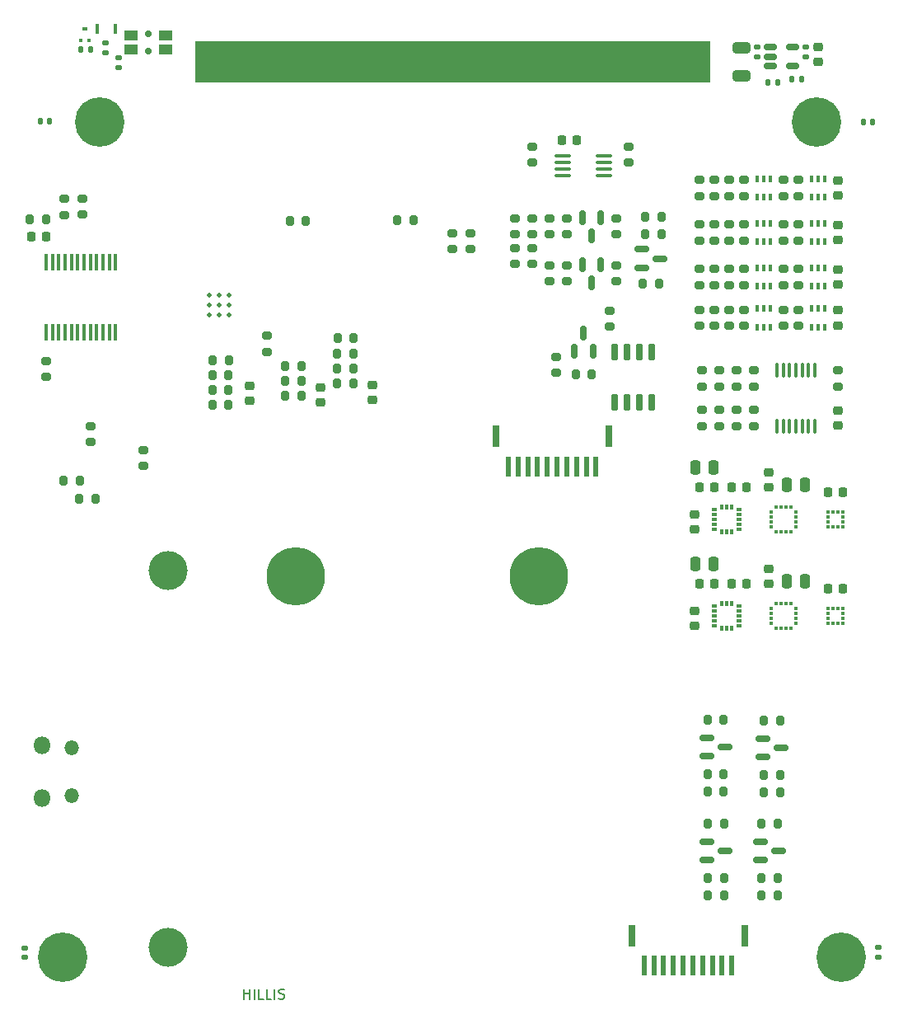
<source format=gts>
G04 #@! TF.GenerationSoftware,KiCad,Pcbnew,(6.0.5)*
G04 #@! TF.CreationDate,2022-06-17T13:42:06-04:00*
G04 #@! TF.ProjectId,FP Interface Card,46502049-6e74-4657-9266-616365204361,rev?*
G04 #@! TF.SameCoordinates,Original*
G04 #@! TF.FileFunction,Soldermask,Top*
G04 #@! TF.FilePolarity,Negative*
%FSLAX46Y46*%
G04 Gerber Fmt 4.6, Leading zero omitted, Abs format (unit mm)*
G04 Created by KiCad (PCBNEW (6.0.5)) date 2022-06-17 13:42:06*
%MOMM*%
%LPD*%
G01*
G04 APERTURE LIST*
G04 Aperture macros list*
%AMRoundRect*
0 Rectangle with rounded corners*
0 $1 Rounding radius*
0 $2 $3 $4 $5 $6 $7 $8 $9 X,Y pos of 4 corners*
0 Add a 4 corners polygon primitive as box body*
4,1,4,$2,$3,$4,$5,$6,$7,$8,$9,$2,$3,0*
0 Add four circle primitives for the rounded corners*
1,1,$1+$1,$2,$3*
1,1,$1+$1,$4,$5*
1,1,$1+$1,$6,$7*
1,1,$1+$1,$8,$9*
0 Add four rect primitives between the rounded corners*
20,1,$1+$1,$2,$3,$4,$5,0*
20,1,$1+$1,$4,$5,$6,$7,0*
20,1,$1+$1,$6,$7,$8,$9,0*
20,1,$1+$1,$8,$9,$2,$3,0*%
%AMFreePoly0*
4,1,12,0.105238,2.379067,0.194454,2.319454,0.254067,2.230238,0.275000,2.125000,0.275000,-1.400000,-0.275000,-1.400000,-0.275000,2.125000,-0.254067,2.230238,-0.194454,2.319454,-0.105238,2.379067,0.000000,2.400000,0.105238,2.379067,0.105238,2.379067,$1*%
G04 Aperture macros list end*
%ADD10C,0.150000*%
%ADD11C,0.100000*%
%ADD12C,0.500000*%
%ADD13C,5.080000*%
%ADD14R,0.370000X1.000000*%
%ADD15C,0.700000*%
%ADD16R,1.400000X1.050000*%
%ADD17FreePoly0,0.000000*%
%ADD18RoundRect,0.140000X-0.140000X-0.170000X0.140000X-0.170000X0.140000X0.170000X-0.140000X0.170000X0*%
%ADD19RoundRect,0.140000X0.140000X0.170000X-0.140000X0.170000X-0.140000X-0.170000X0.140000X-0.170000X0*%
%ADD20RoundRect,0.140000X-0.170000X0.140000X-0.170000X-0.140000X0.170000X-0.140000X0.170000X0.140000X0*%
%ADD21RoundRect,0.225000X-0.250000X0.225000X-0.250000X-0.225000X0.250000X-0.225000X0.250000X0.225000X0*%
%ADD22RoundRect,0.250000X-0.650000X0.325000X-0.650000X-0.325000X0.650000X-0.325000X0.650000X0.325000X0*%
%ADD23R,0.400000X0.450000*%
%ADD24R,0.500000X0.450000*%
%ADD25RoundRect,0.135000X0.185000X-0.135000X0.185000X0.135000X-0.185000X0.135000X-0.185000X-0.135000X0*%
%ADD26RoundRect,0.135000X-0.135000X-0.185000X0.135000X-0.185000X0.135000X0.185000X-0.135000X0.185000X0*%
%ADD27RoundRect,0.150000X-0.512500X-0.150000X0.512500X-0.150000X0.512500X0.150000X-0.512500X0.150000X0*%
%ADD28RoundRect,0.200000X0.275000X-0.200000X0.275000X0.200000X-0.275000X0.200000X-0.275000X-0.200000X0*%
%ADD29RoundRect,0.100000X-0.712500X-0.100000X0.712500X-0.100000X0.712500X0.100000X-0.712500X0.100000X0*%
%ADD30RoundRect,0.200000X-0.200000X-0.275000X0.200000X-0.275000X0.200000X0.275000X-0.200000X0.275000X0*%
%ADD31R,0.300000X0.450000*%
%ADD32R,0.450000X0.300000*%
%ADD33RoundRect,0.225000X0.225000X0.250000X-0.225000X0.250000X-0.225000X-0.250000X0.225000X-0.250000X0*%
%ADD34RoundRect,0.225000X-0.225000X-0.250000X0.225000X-0.250000X0.225000X0.250000X-0.225000X0.250000X0*%
%ADD35R,0.350000X0.375000*%
%ADD36R,0.375000X0.350000*%
%ADD37RoundRect,0.250000X0.250000X0.475000X-0.250000X0.475000X-0.250000X-0.475000X0.250000X-0.475000X0*%
%ADD38RoundRect,0.250000X-0.250000X-0.475000X0.250000X-0.475000X0.250000X0.475000X-0.250000X0.475000X0*%
%ADD39RoundRect,0.200000X0.200000X0.275000X-0.200000X0.275000X-0.200000X-0.275000X0.200000X-0.275000X0*%
%ADD40RoundRect,0.200000X-0.275000X0.200000X-0.275000X-0.200000X0.275000X-0.200000X0.275000X0.200000X0*%
%ADD41RoundRect,0.150000X-0.150000X0.587500X-0.150000X-0.587500X0.150000X-0.587500X0.150000X0.587500X0*%
%ADD42R,0.400000X0.650000*%
%ADD43R,0.450000X1.750000*%
%ADD44RoundRect,0.225000X0.250000X-0.225000X0.250000X0.225000X-0.250000X0.225000X-0.250000X-0.225000X0*%
%ADD45RoundRect,0.150000X-0.587500X-0.150000X0.587500X-0.150000X0.587500X0.150000X-0.587500X0.150000X0*%
%ADD46RoundRect,0.150000X0.150000X-0.587500X0.150000X0.587500X-0.150000X0.587500X-0.150000X-0.587500X0*%
%ADD47RoundRect,0.100000X-0.100000X0.637500X-0.100000X-0.637500X0.100000X-0.637500X0.100000X0.637500X0*%
%ADD48RoundRect,0.014000X-0.231000X-0.161000X0.231000X-0.161000X0.231000X0.161000X-0.231000X0.161000X0*%
%ADD49RoundRect,0.014000X-0.161000X-0.231000X0.161000X-0.231000X0.161000X0.231000X-0.161000X0.231000X0*%
%ADD50R,0.600000X2.075000*%
%ADD51R,0.800000X2.325000*%
%ADD52RoundRect,0.150000X-0.150000X0.725000X-0.150000X-0.725000X0.150000X-0.725000X0.150000X0.725000X0*%
%ADD53C,4.000000*%
%ADD54C,6.000000*%
%ADD55O,1.500000X1.500000*%
%ADD56O,1.800000X1.800000*%
G04 APERTURE END LIST*
D10*
X63852380Y-164552380D02*
X63852380Y-163552380D01*
X63852380Y-164028571D02*
X64423809Y-164028571D01*
X64423809Y-164552380D02*
X64423809Y-163552380D01*
X64900000Y-164552380D02*
X64900000Y-163552380D01*
X65852380Y-164552380D02*
X65376190Y-164552380D01*
X65376190Y-163552380D01*
X66661904Y-164552380D02*
X66185714Y-164552380D01*
X66185714Y-163552380D01*
X66995238Y-164552380D02*
X66995238Y-163552380D01*
X67423809Y-164504761D02*
X67566666Y-164552380D01*
X67804761Y-164552380D01*
X67900000Y-164504761D01*
X67947619Y-164457142D01*
X67995238Y-164361904D01*
X67995238Y-164266666D01*
X67947619Y-164171428D01*
X67900000Y-164123809D01*
X67804761Y-164076190D01*
X67614285Y-164028571D01*
X67519047Y-163980952D01*
X67471428Y-163933333D01*
X67423809Y-163838095D01*
X67423809Y-163742857D01*
X67471428Y-163647619D01*
X67519047Y-163600000D01*
X67614285Y-163552380D01*
X67852380Y-163552380D01*
X67995238Y-163600000D01*
G36*
X111633839Y-70387167D02*
G01*
X58833839Y-70387167D01*
X58833839Y-66187167D01*
X111633839Y-66187167D01*
X111633839Y-70387167D01*
G37*
D11*
X111633839Y-70387167D02*
X58833839Y-70387167D01*
X58833839Y-66187167D01*
X111633839Y-66187167D01*
X111633839Y-70387167D01*
D12*
X62300208Y-93305401D03*
X61300208Y-94305401D03*
X60300208Y-92305401D03*
X61300208Y-92305401D03*
X61300208Y-93305401D03*
X62300208Y-94305401D03*
X60300208Y-93305401D03*
X62300208Y-92305401D03*
X60300208Y-94305401D03*
D13*
X122690000Y-74540000D03*
X49030000Y-74540000D03*
D14*
X48773778Y-64974280D03*
X50633778Y-64974280D03*
D15*
X54003770Y-65424167D03*
X54003770Y-67224167D03*
D16*
X52203770Y-65599167D03*
X55803770Y-65599167D03*
X52203770Y-67049167D03*
X55803770Y-67049167D03*
D17*
X60033839Y-68787167D03*
X60833839Y-68787167D03*
X61633839Y-68787167D03*
X62433839Y-68787167D03*
X63233839Y-68787167D03*
X64033839Y-68787167D03*
X64833839Y-68787167D03*
X65633839Y-68787167D03*
X66433839Y-68787167D03*
X67233839Y-68787167D03*
X68033839Y-68787167D03*
X68833839Y-68787167D03*
X69633839Y-68787167D03*
X70433839Y-68787167D03*
X71233839Y-68787167D03*
X72033839Y-68787167D03*
X72833839Y-68787167D03*
X73633839Y-68787167D03*
X74433839Y-68787167D03*
X75233839Y-68787167D03*
X76033839Y-68787167D03*
X76833839Y-68787167D03*
X77633839Y-68787167D03*
X78433839Y-68787167D03*
X79233839Y-68787167D03*
X80033839Y-68787167D03*
X80833839Y-68787167D03*
X81633839Y-68787167D03*
X82433839Y-68787167D03*
X83233839Y-68787167D03*
X84033839Y-68787167D03*
X84833839Y-68787167D03*
X88833839Y-68787167D03*
X89633839Y-68787167D03*
X90433839Y-68787167D03*
X91233839Y-68787167D03*
X92033839Y-68787167D03*
X92833839Y-68787167D03*
X93633839Y-68787167D03*
X94433839Y-68787167D03*
X95233839Y-68787167D03*
X96033839Y-68787167D03*
X96833839Y-68787167D03*
X97633839Y-68787167D03*
X98433839Y-68787167D03*
X99233839Y-68787167D03*
X100033839Y-68787167D03*
X100833839Y-68787167D03*
X101633839Y-68787167D03*
X102433839Y-68787167D03*
X103233839Y-68787167D03*
X104033839Y-68787167D03*
X104833839Y-68787167D03*
X105633839Y-68787167D03*
X106433839Y-68787167D03*
X107233839Y-68787167D03*
X108033839Y-68787167D03*
X108833839Y-68787167D03*
X109633839Y-68787167D03*
X110433839Y-68787167D03*
D18*
X42908500Y-74418000D03*
X43868500Y-74418000D03*
D19*
X128450500Y-74545000D03*
X127490500Y-74545000D03*
D20*
X129050000Y-159282000D03*
X129050000Y-160242000D03*
X41293000Y-159345500D03*
X41293000Y-160305500D03*
D21*
X122852400Y-66810400D03*
X122852400Y-68360400D03*
D20*
X121557000Y-66826000D03*
X121557000Y-67786000D03*
X116578600Y-66826000D03*
X116578600Y-67786000D03*
D22*
X114953000Y-66847000D03*
X114953000Y-69797000D03*
D13*
X125230000Y-160270000D03*
X45230000Y-160270000D03*
D23*
X47090600Y-66128400D03*
X47890600Y-66128400D03*
D24*
X47490600Y-64978400D03*
D25*
X50945000Y-68895500D03*
X50945000Y-67875500D03*
D26*
X47082200Y-67077400D03*
X48102200Y-67077400D03*
D25*
X49573400Y-67358800D03*
X49573400Y-66338800D03*
D26*
X117643400Y-70481000D03*
X118663400Y-70481000D03*
D27*
X117930300Y-66838600D03*
X117930300Y-67788600D03*
X117930300Y-68738600D03*
X120205300Y-68738600D03*
X120205300Y-66838600D03*
D26*
X120158000Y-70100000D03*
X121178000Y-70100000D03*
D28*
X91682000Y-89104000D03*
X91682000Y-87454000D03*
D29*
X96566500Y-78019000D03*
X96566500Y-78669000D03*
X96566500Y-79319000D03*
X96566500Y-79969000D03*
X100791500Y-79969000D03*
X100791500Y-79319000D03*
X100791500Y-78669000D03*
X100791500Y-78019000D03*
D28*
X119284000Y-91245000D03*
X119284000Y-89595000D03*
D30*
X60604400Y-100475800D03*
X62254400Y-100475800D03*
D31*
X118558000Y-126503000D03*
X119058000Y-126503000D03*
X119558000Y-126503000D03*
X120058000Y-126503000D03*
D32*
X120583000Y-125978000D03*
X120583000Y-125478000D03*
X120583000Y-124978000D03*
X120583000Y-124478000D03*
D31*
X120058000Y-123953000D03*
X119558000Y-123953000D03*
X119058000Y-123953000D03*
X118558000Y-123953000D03*
D32*
X118033000Y-124478000D03*
X118033000Y-124978000D03*
X118033000Y-125478000D03*
X118033000Y-125978000D03*
D33*
X43522600Y-86268200D03*
X41972600Y-86268200D03*
D34*
X113961000Y-112010000D03*
X115511000Y-112010000D03*
D35*
X123892000Y-116074500D03*
X124392000Y-116074500D03*
X124892000Y-116074500D03*
X125392000Y-116074500D03*
D36*
X125404500Y-115562000D03*
X125404500Y-115062000D03*
D35*
X125392000Y-114549500D03*
X124892000Y-114549500D03*
X124392000Y-114549500D03*
X123892000Y-114549500D03*
D36*
X123879500Y-115062000D03*
X123879500Y-115562000D03*
D28*
X119284000Y-86673000D03*
X119284000Y-85023000D03*
D37*
X112130000Y-109978000D03*
X110230000Y-109978000D03*
D38*
X119628000Y-111756000D03*
X121528000Y-111756000D03*
D30*
X104827000Y-91073000D03*
X106477000Y-91073000D03*
D39*
X118910611Y-143332402D03*
X117260611Y-143332402D03*
D30*
X117018611Y-146566402D03*
X118668611Y-146566402D03*
D39*
X113152611Y-152154402D03*
X111502611Y-152154402D03*
D21*
X77000000Y-101525000D03*
X77000000Y-103075000D03*
D39*
X118910611Y-141554402D03*
X117260611Y-141554402D03*
D40*
X47212200Y-82338400D03*
X47212200Y-83988400D03*
X110648000Y-85023000D03*
X110648000Y-86673000D03*
X48094200Y-105710400D03*
X48094200Y-107360400D03*
X112172000Y-80451000D03*
X112172000Y-82101000D03*
X53469800Y-108168600D03*
X53469800Y-109818600D03*
D28*
X66167000Y-98107000D03*
X66167000Y-96457000D03*
X113696000Y-82101000D03*
X113696000Y-80451000D03*
X87120800Y-87552600D03*
X87120800Y-85902600D03*
X120808000Y-91245000D03*
X120808000Y-89595000D03*
D41*
X100506000Y-84293500D03*
X98606000Y-84293500D03*
X99556000Y-86168500D03*
D40*
X85279200Y-85899400D03*
X85279200Y-87549400D03*
X112172000Y-89595000D03*
X112172000Y-91245000D03*
X112172000Y-93786000D03*
X112172000Y-95436000D03*
D35*
X123892000Y-125980500D03*
X124392000Y-125980500D03*
X124892000Y-125980500D03*
X125392000Y-125980500D03*
D36*
X125404500Y-125468000D03*
X125404500Y-124968000D03*
D35*
X125392000Y-124455500D03*
X124892000Y-124455500D03*
X124392000Y-124455500D03*
X123892000Y-124455500D03*
D36*
X123879500Y-124968000D03*
X123879500Y-125468000D03*
D40*
X102096000Y-84406000D03*
X102096000Y-86056000D03*
D30*
X41847000Y-84455000D03*
X43497000Y-84455000D03*
D40*
X110648000Y-93786000D03*
X110648000Y-95436000D03*
D28*
X119284000Y-95436000D03*
X119284000Y-93786000D03*
D42*
X123490000Y-80326000D03*
X122840000Y-80326000D03*
X122190000Y-80326000D03*
X122190000Y-82226000D03*
X122840000Y-82226000D03*
X123490000Y-82226000D03*
X123490000Y-84898000D03*
X122840000Y-84898000D03*
X122190000Y-84898000D03*
X122190000Y-86798000D03*
X122840000Y-86798000D03*
X123490000Y-86798000D03*
D43*
X43501200Y-96083400D03*
X44151200Y-96083400D03*
X44801200Y-96083400D03*
X45451200Y-96083400D03*
X46101200Y-96083400D03*
X46751200Y-96083400D03*
X47401200Y-96083400D03*
X48051200Y-96083400D03*
X48701200Y-96083400D03*
X49351200Y-96083400D03*
X50001200Y-96083400D03*
X50651200Y-96083400D03*
X50651200Y-88883400D03*
X50001200Y-88883400D03*
X49351200Y-88883400D03*
X48701200Y-88883400D03*
X48051200Y-88883400D03*
X47401200Y-88883400D03*
X46751200Y-88883400D03*
X46101200Y-88883400D03*
X45451200Y-88883400D03*
X44801200Y-88883400D03*
X44151200Y-88883400D03*
X43501200Y-88883400D03*
D28*
X119284000Y-82101000D03*
X119284000Y-80451000D03*
D39*
X113152611Y-153932402D03*
X111502611Y-153932402D03*
D44*
X117784000Y-112023000D03*
X117784000Y-110473000D03*
D30*
X45325600Y-111364200D03*
X46975600Y-111364200D03*
D28*
X113696000Y-91245000D03*
X113696000Y-89595000D03*
X95949000Y-100257000D03*
X95949000Y-98607000D03*
D34*
X96507000Y-76327000D03*
X98057000Y-76327000D03*
D45*
X117148111Y-137810402D03*
X117148111Y-139710402D03*
X119023111Y-138760402D03*
D46*
X97793000Y-98083500D03*
X99693000Y-98083500D03*
X98743000Y-96208500D03*
D45*
X111390111Y-148410402D03*
X111390111Y-150310402D03*
X113265111Y-149360402D03*
X104714500Y-87583000D03*
X104714500Y-89483000D03*
X106589500Y-88533000D03*
D40*
X93430000Y-84382000D03*
X93430000Y-86032000D03*
D30*
X117260611Y-135966402D03*
X118910611Y-135966402D03*
D44*
X124872000Y-91195000D03*
X124872000Y-89645000D03*
D39*
X118668611Y-152154402D03*
X117018611Y-152154402D03*
D40*
X114458000Y-104073000D03*
X114458000Y-105723000D03*
D44*
X124872000Y-86623000D03*
X124872000Y-85073000D03*
D30*
X111502611Y-146566402D03*
X113152611Y-146566402D03*
D28*
X97016000Y-86056000D03*
X97016000Y-84406000D03*
D47*
X122504000Y-100003500D03*
X121854000Y-100003500D03*
X121204000Y-100003500D03*
X120554000Y-100003500D03*
X119904000Y-100003500D03*
X119254000Y-100003500D03*
X118604000Y-100003500D03*
X118604000Y-105728500D03*
X119254000Y-105728500D03*
X119904000Y-105728500D03*
X120554000Y-105728500D03*
X121204000Y-105728500D03*
X121854000Y-105728500D03*
X122504000Y-105728500D03*
D30*
X68075000Y-99526000D03*
X69725000Y-99526000D03*
D28*
X120808000Y-86673000D03*
X120808000Y-85023000D03*
D44*
X124872000Y-95386000D03*
X124872000Y-93836000D03*
D41*
X100506000Y-89119500D03*
X98606000Y-89119500D03*
X99556000Y-90994500D03*
D21*
X71682000Y-101728000D03*
X71682000Y-103278000D03*
D44*
X117784000Y-121929000D03*
X117784000Y-120379000D03*
D28*
X124872000Y-101659000D03*
X124872000Y-100009000D03*
D30*
X73404400Y-101349800D03*
X75054400Y-101349800D03*
D42*
X123490000Y-89470000D03*
X122840000Y-89470000D03*
X122190000Y-89470000D03*
X122190000Y-91370000D03*
X122840000Y-91370000D03*
X123490000Y-91370000D03*
D40*
X93472000Y-77026000D03*
X93472000Y-78676000D03*
X112680000Y-104073000D03*
X112680000Y-105723000D03*
D44*
X110164000Y-126247000D03*
X110164000Y-124697000D03*
X124872000Y-105673000D03*
X124872000Y-104123000D03*
D40*
X110648000Y-89595000D03*
X110648000Y-91245000D03*
D33*
X112209000Y-121916000D03*
X110659000Y-121916000D03*
D39*
X106731000Y-85993000D03*
X105081000Y-85993000D03*
D40*
X101422000Y-93876000D03*
X101422000Y-95526000D03*
D28*
X113696000Y-95436000D03*
X113696000Y-93786000D03*
D30*
X68075000Y-101050000D03*
X69725000Y-101050000D03*
D40*
X115220000Y-85023000D03*
X115220000Y-86673000D03*
X116236000Y-104073000D03*
X116236000Y-105723000D03*
D33*
X125417000Y-112518000D03*
X123867000Y-112518000D03*
D40*
X45386200Y-82388400D03*
X45386200Y-84038400D03*
D48*
X112206000Y-124218000D03*
X112206000Y-124718000D03*
X112206000Y-125218000D03*
X112206000Y-125718000D03*
X112206000Y-126218000D03*
D49*
X112966000Y-126478000D03*
X113466000Y-126478000D03*
X113966000Y-126478000D03*
D48*
X114726000Y-126218000D03*
X114726000Y-125718000D03*
X114726000Y-125218000D03*
X114726000Y-124718000D03*
X114726000Y-124218000D03*
D49*
X113966000Y-123958000D03*
X113466000Y-123958000D03*
X112966000Y-123958000D03*
D39*
X106731000Y-84215000D03*
X105081000Y-84215000D03*
D31*
X118558000Y-116587000D03*
X119058000Y-116587000D03*
X119558000Y-116587000D03*
X120058000Y-116587000D03*
D32*
X120583000Y-116062000D03*
X120583000Y-115562000D03*
X120583000Y-115062000D03*
X120583000Y-114562000D03*
D31*
X120058000Y-114037000D03*
X119558000Y-114037000D03*
X119058000Y-114037000D03*
X118558000Y-114037000D03*
D32*
X118033000Y-114562000D03*
X118033000Y-115062000D03*
X118033000Y-115562000D03*
X118033000Y-116062000D03*
D40*
X112172000Y-85023000D03*
X112172000Y-86673000D03*
D28*
X112680000Y-101659000D03*
X112680000Y-100009000D03*
D40*
X115220000Y-93786000D03*
X115220000Y-95436000D03*
X110648000Y-80451000D03*
X110648000Y-82101000D03*
D44*
X124872000Y-82051000D03*
X124872000Y-80501000D03*
D50*
X104970000Y-161160502D03*
X105970000Y-161160502D03*
X106970000Y-161160502D03*
X107970000Y-161160502D03*
X108970000Y-161160502D03*
X109970000Y-161160502D03*
X110970000Y-161160502D03*
X111970000Y-161160502D03*
X112970000Y-161160502D03*
X113970000Y-161160502D03*
D51*
X103670000Y-158060502D03*
X115270000Y-158060502D03*
D28*
X43520200Y-100674400D03*
X43520200Y-99024400D03*
D34*
X113961000Y-121916000D03*
X115511000Y-121916000D03*
D37*
X112130000Y-119884000D03*
X110230000Y-119884000D03*
D33*
X125417000Y-122424000D03*
X123867000Y-122424000D03*
D39*
X113148611Y-141500402D03*
X111498611Y-141500402D03*
D30*
X73404400Y-99825800D03*
X75054400Y-99825800D03*
D40*
X110902000Y-104073000D03*
X110902000Y-105723000D03*
D30*
X60604400Y-101999800D03*
X62254400Y-101999800D03*
X73470000Y-96647000D03*
X75120000Y-96647000D03*
D48*
X112206000Y-114312000D03*
X112206000Y-114812000D03*
X112206000Y-115312000D03*
X112206000Y-115812000D03*
X112206000Y-116312000D03*
D49*
X112966000Y-116572000D03*
X113466000Y-116572000D03*
X113966000Y-116572000D03*
D48*
X114726000Y-116312000D03*
X114726000Y-115812000D03*
X114726000Y-115312000D03*
X114726000Y-114812000D03*
X114726000Y-114312000D03*
D49*
X113966000Y-114052000D03*
X113466000Y-114052000D03*
X112966000Y-114052000D03*
D45*
X116906111Y-148410402D03*
X116906111Y-150310402D03*
X118781111Y-149360402D03*
D30*
X79603600Y-84572200D03*
X81253600Y-84572200D03*
D28*
X110902000Y-101659000D03*
X110902000Y-100009000D03*
D50*
X91015000Y-109856500D03*
X92015000Y-109856500D03*
X93015000Y-109856500D03*
X94015000Y-109856500D03*
X95015000Y-109856500D03*
X96015000Y-109856500D03*
X97015000Y-109856500D03*
X98015000Y-109856500D03*
X99015000Y-109856500D03*
X100015000Y-109856500D03*
D51*
X89715000Y-106756500D03*
X101315000Y-106756500D03*
D39*
X70196400Y-84699800D03*
X68546400Y-84699800D03*
D28*
X120808000Y-82101000D03*
X120808000Y-80451000D03*
D45*
X111386111Y-137756402D03*
X111386111Y-139656402D03*
X113261111Y-138706402D03*
D30*
X68075000Y-102574000D03*
X69725000Y-102574000D03*
D52*
X105757000Y-98118000D03*
X104487000Y-98118000D03*
X103217000Y-98118000D03*
X101947000Y-98118000D03*
X101947000Y-103268000D03*
X103217000Y-103268000D03*
X104487000Y-103268000D03*
X105757000Y-103268000D03*
D40*
X91682000Y-84406000D03*
X91682000Y-86056000D03*
D28*
X120808000Y-95436000D03*
X120808000Y-93786000D03*
D42*
X117902000Y-80326000D03*
X117252000Y-80326000D03*
X116602000Y-80326000D03*
X116602000Y-82226000D03*
X117252000Y-82226000D03*
X117902000Y-82226000D03*
D28*
X95238000Y-86056000D03*
X95238000Y-84406000D03*
D39*
X113148611Y-143278402D03*
X111498611Y-143278402D03*
D42*
X117902000Y-84898000D03*
X117252000Y-84898000D03*
X116602000Y-84898000D03*
X116602000Y-86798000D03*
X117252000Y-86798000D03*
X117902000Y-86798000D03*
D39*
X118668611Y-153932402D03*
X117018611Y-153932402D03*
D40*
X102096000Y-89232000D03*
X102096000Y-90882000D03*
D44*
X110164000Y-116341000D03*
X110164000Y-114791000D03*
D28*
X95238000Y-90882000D03*
X95238000Y-89232000D03*
D30*
X111498611Y-135912402D03*
X113148611Y-135912402D03*
X60643000Y-98933000D03*
X62293000Y-98933000D03*
X73404400Y-98301800D03*
X75054400Y-98301800D03*
D28*
X93460000Y-89104000D03*
X93460000Y-87454000D03*
D40*
X115220000Y-89595000D03*
X115220000Y-91245000D03*
D21*
X64421000Y-101561000D03*
X64421000Y-103111000D03*
D42*
X123490000Y-93661000D03*
X122840000Y-93661000D03*
X122190000Y-93661000D03*
X122190000Y-95561000D03*
X122840000Y-95561000D03*
X123490000Y-95561000D03*
D53*
X56026000Y-159260000D03*
D54*
X69126000Y-121160000D03*
D53*
X56026000Y-120560000D03*
D54*
X94126000Y-121160000D03*
D38*
X119628000Y-121662000D03*
X121528000Y-121662000D03*
D42*
X117902000Y-89470000D03*
X117252000Y-89470000D03*
X116602000Y-89470000D03*
X116602000Y-91370000D03*
X117252000Y-91370000D03*
X117902000Y-91370000D03*
D30*
X60604400Y-103523800D03*
X62254400Y-103523800D03*
D28*
X113696000Y-86673000D03*
X113696000Y-85023000D03*
D33*
X112209000Y-112010000D03*
X110659000Y-112010000D03*
D42*
X117902000Y-93661000D03*
X117252000Y-93661000D03*
X116602000Y-93661000D03*
X116602000Y-95561000D03*
X117252000Y-95561000D03*
X117902000Y-95561000D03*
D40*
X103378000Y-77026000D03*
X103378000Y-78676000D03*
D28*
X116236000Y-101659000D03*
X116236000Y-100009000D03*
X97016000Y-90882000D03*
X97016000Y-89232000D03*
D40*
X115220000Y-80451000D03*
X115220000Y-82101000D03*
D30*
X97918000Y-100448000D03*
X99568000Y-100448000D03*
X46925600Y-113238200D03*
X48575600Y-113238200D03*
D28*
X114458000Y-101659000D03*
X114458000Y-100009000D03*
D55*
X46104000Y-143645000D03*
X46104000Y-138795000D03*
D56*
X43074000Y-143945000D03*
X43074000Y-138495000D03*
M02*

</source>
